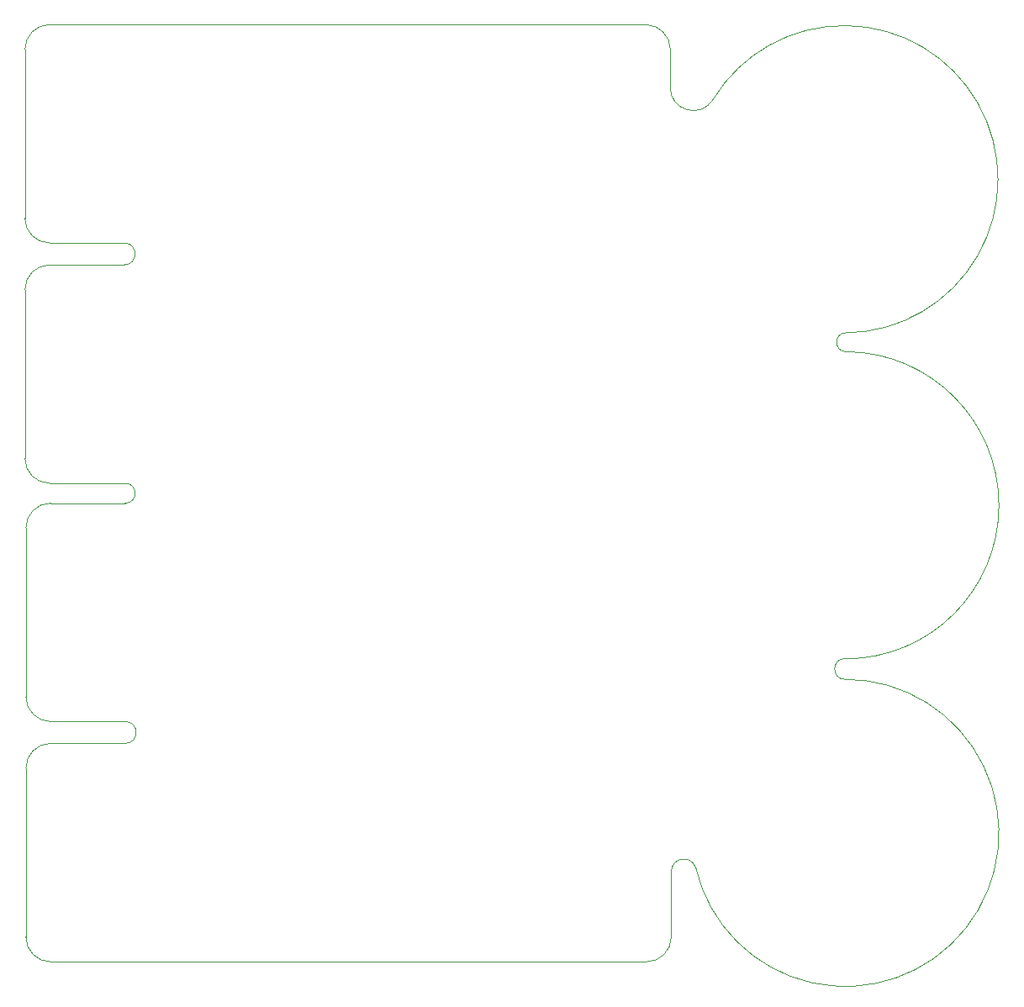
<source format=gbr>
%TF.GenerationSoftware,KiCad,Pcbnew,7.0.5*%
%TF.CreationDate,2024-03-18T15:41:45+09:00*%
%TF.ProjectId,ikafly_rev0a_p,696b6166-6c79-45f7-9265-7630615f702e,rev?*%
%TF.SameCoordinates,Original*%
%TF.FileFunction,Profile,NP*%
%FSLAX46Y46*%
G04 Gerber Fmt 4.6, Leading zero omitted, Abs format (unit mm)*
G04 Created by KiCad (PCBNEW 7.0.5) date 2024-03-18 15:41:45*
%MOMM*%
%LPD*%
G01*
G04 APERTURE LIST*
%TA.AperFunction,Profile*%
%ADD10C,0.100000*%
%TD*%
G04 APERTURE END LIST*
D10*
X214000000Y-74650000D02*
G75*
G03*
X200599374Y-51149620I-172370J15472620D01*
G01*
X198855308Y-128490928D02*
G75*
G03*
X213900000Y-109550002I15072323J3473551D01*
G01*
X213900000Y-107450000D02*
G75*
G03*
X213900000Y-109550000I0J-1050000D01*
G01*
X214000000Y-74650000D02*
G75*
G03*
X214000000Y-76550000I0J-950000D01*
G01*
X141400000Y-91800000D02*
G75*
G03*
X141400000Y-89800000I0J1000000D01*
G01*
X141400000Y-89800000D02*
X133800000Y-89800000D01*
X133900000Y-91800000D02*
X141400000Y-91800000D01*
X198849999Y-128492151D02*
G75*
G03*
X196400001Y-128940000I-1189542J-417896D01*
G01*
X213899938Y-107484897D02*
G75*
G03*
X214000000Y-76550001I27693J15467520D01*
G01*
X131400000Y-111300000D02*
G75*
G03*
X133900000Y-113800000I2500000J0D01*
G01*
X133900000Y-116000000D02*
G75*
G03*
X131400000Y-118500000I0J-2500000D01*
G01*
X131400000Y-135500000D02*
X131400000Y-118500000D01*
X141400000Y-116000000D02*
G75*
G03*
X141400000Y-113800000I0J1100000D01*
G01*
X141400000Y-113800000D02*
X133900000Y-113800000D01*
X196400000Y-135500000D02*
X196400000Y-128940000D01*
X131400000Y-135500000D02*
G75*
G03*
X133900000Y-138000000I2500000J0D01*
G01*
X193900000Y-138000000D02*
G75*
G03*
X196400000Y-135500000I0J2500000D01*
G01*
X133900000Y-116000000D02*
X141400000Y-116000000D01*
X131400000Y-94300000D02*
X131400000Y-111300000D01*
X133900000Y-138000000D02*
X136800000Y-138000001D01*
X193900000Y-138000000D02*
X136800000Y-138000001D01*
X133900000Y-91800000D02*
G75*
G03*
X131400000Y-94300000I0J-2500000D01*
G01*
X131300000Y-63100000D02*
G75*
G03*
X133800000Y-65600000I2500000J0D01*
G01*
X133800000Y-67800000D02*
X141300000Y-67800000D01*
X133800000Y-67800000D02*
G75*
G03*
X131300000Y-70300000I0J-2500000D01*
G01*
X196300000Y-49850000D02*
X196300000Y-46100000D01*
X133800000Y-43600000D02*
X193800000Y-43600000D01*
X196300000Y-46100000D02*
G75*
G03*
X193800000Y-43600000I-2500000J0D01*
G01*
X141300000Y-65600000D02*
X133800000Y-65600000D01*
X131300000Y-46100000D02*
X131300000Y-63100000D01*
X131300000Y-87300000D02*
G75*
G03*
X133800000Y-89800000I2500000J0D01*
G01*
X133800000Y-43600000D02*
G75*
G03*
X131300000Y-46100000I0J-2500000D01*
G01*
X141300000Y-67800000D02*
G75*
G03*
X141300000Y-65600000I0J1100000D01*
G01*
X131300000Y-87300000D02*
X131300000Y-70300000D01*
X196300057Y-49850002D02*
G75*
G03*
X200600000Y-51150000I2317643J-95398D01*
G01*
M02*

</source>
